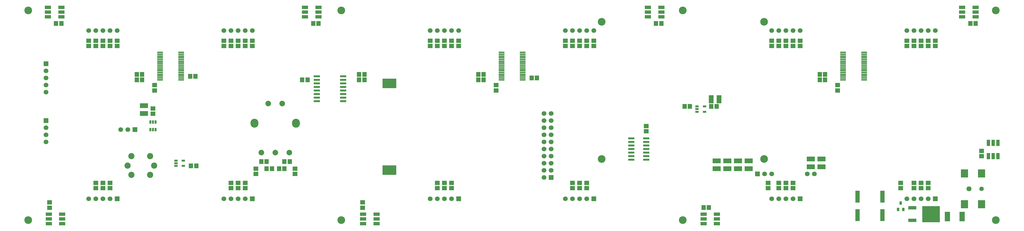
<source format=gts>
G04 DipTrace 2.4.0.2*
%INsensorclock.GTS*%
%MOMM*%
%ADD37R,2.0X0.6*%
%ADD42C,2.0*%
%ADD43C,2.75*%
%ADD44C,1.6*%
%ADD45C,1.8*%
%ADD50C,2.2*%
%ADD51R,1.3X2.2*%
%ADD53R,2.2X1.3*%
%ADD55R,0.8X1.3*%
%ADD57R,2.2X0.8*%
%ADD59R,1.3X0.8*%
%ADD61O,2.8X3.2*%
%ADD64R,6.35X5.75*%
%ADD66R,2.95X1.2*%
%ADD68R,2.6X3.0*%
%ADD70R,1.98X3.35*%
%ADD72R,0.85X1.25*%
%ADD74R,1.8X2.9*%
%ADD76R,1.5X1.7*%
%ADD78R,2.9X1.8*%
%ADD80R,1.622X4.264*%
%ADD82R,1.7X1.5*%
%ADD84R,4.98X3.35*%
%ADD86C,1.7*%
%ADD88R,1.7X1.7*%
%FSLAX53Y53*%
G04*
G71*
G90*
G75*
G01*
%LNTopMask*%
%LPD*%
D88*
X274160Y30320D3*
D86*
X276700D3*
X279240D3*
X291940D3*
X294480D3*
D43*
X218490Y35665D3*
X276490D3*
X218490Y84665D3*
X276490D3*
D84*
X142715Y62705D3*
Y31665D3*
D82*
X302735Y62070D3*
Y60170D3*
D80*
X318737Y22192D3*
Y15588D3*
X309847Y22192D3*
Y15588D3*
D78*
X293210Y32860D3*
Y35660D3*
X297020Y32860D3*
Y35660D3*
X270985Y32225D3*
Y35025D3*
X267175Y32225D3*
Y35025D3*
X263365Y32225D3*
Y35025D3*
X259555Y32225D3*
Y35025D3*
D76*
X250030Y54450D3*
X248130D3*
X257650D3*
X259550D3*
D74*
X257650Y56990D3*
X260450D3*
D82*
X180815Y62070D3*
Y60170D3*
X95090Y32225D3*
Y30325D3*
X109060Y32225D3*
Y30325D3*
D76*
X71912Y33178D3*
X73812D3*
X113500Y63975D3*
X111600D3*
D82*
X58895Y62070D3*
Y60170D3*
D78*
X55085Y51910D3*
Y54710D3*
D82*
X58330Y51830D3*
Y53730D3*
X234475Y45560D3*
Y47460D3*
X133190Y18255D3*
Y20155D3*
X21430Y18255D3*
Y20155D3*
D76*
X25650Y84090D3*
X23750D3*
X117450D3*
X115550D3*
X239850D3*
X237950D3*
X352050D3*
X350150D3*
D82*
X354200Y36640D3*
Y38540D3*
D76*
X254900Y18340D3*
X256800D3*
D72*
X324325Y17620D3*
X326225D3*
X325275Y19920D3*
D88*
X337660Y21430D3*
D86*
X335120D3*
X332580D3*
X330040D3*
X327500D3*
X337660Y81530D3*
X335120D3*
X332580D3*
X330040D3*
X327500D3*
D88*
X289400Y21430D3*
D86*
X286860D3*
X284320D3*
X281780D3*
X279240D3*
X289400Y81530D3*
X286860D3*
X284320D3*
X281780D3*
X279240D3*
D88*
X215740Y21430D3*
D86*
X213200D3*
X210660D3*
X208120D3*
X205580D3*
X215740Y81530D3*
X213200D3*
X210660D3*
X208120D3*
X205580D3*
D88*
X167480Y21430D3*
D86*
X164940D3*
X162400D3*
X159860D3*
X157320D3*
X167480Y81530D3*
X164940D3*
X162400D3*
X159860D3*
X157320D3*
D88*
X93820Y21430D3*
D86*
X91280D3*
X88740D3*
X86200D3*
X83660D3*
X93820Y81530D3*
X91280D3*
X88740D3*
X86200D3*
X83660D3*
D88*
X45560Y21430D3*
D86*
X43020D3*
X40480D3*
X37940D3*
X35400D3*
X45560Y81530D3*
X43020D3*
X40480D3*
X37940D3*
X35400D3*
D70*
X347185Y15080D3*
X341955D3*
D68*
X354170Y19525D3*
X348070D3*
X354170Y30525D3*
X348070D3*
D44*
X354170Y25025D3*
D45*
X349670D3*
D88*
X200500Y29050D3*
D86*
X197960D3*
X200500Y31590D3*
X197960D3*
X200500Y34130D3*
X197960D3*
X200500Y36670D3*
X197960D3*
X200500Y39210D3*
X197960D3*
X200500Y41750D3*
X197960D3*
X200500Y44290D3*
X197960D3*
X200500Y46830D3*
X197960D3*
X200500Y49370D3*
X197960D3*
X200500Y51910D3*
X197960D3*
D88*
X20160Y69690D3*
D86*
Y67150D3*
Y64610D3*
Y62070D3*
Y59530D3*
D88*
Y49370D3*
D86*
Y46830D3*
Y44290D3*
Y41750D3*
D66*
X329405Y18255D3*
Y13695D3*
D64*
X336105Y15975D3*
D76*
X298290Y65880D3*
X296390D3*
X298290Y63975D3*
X296390D3*
D82*
X330040Y76040D3*
Y77940D3*
X327500Y76040D3*
Y77940D3*
X330040Y27145D3*
Y25245D3*
X332580Y27145D3*
Y25245D3*
X277970Y25240D3*
Y27140D3*
X335120Y27145D3*
Y25245D3*
Y76040D3*
Y77940D3*
X337660Y76040D3*
Y77940D3*
X325277Y27145D3*
Y25245D3*
X332580Y76040D3*
Y77940D3*
X281780Y76040D3*
Y77940D3*
X279240Y76040D3*
Y77940D3*
X281780Y27145D3*
Y25245D3*
X284320Y27145D3*
Y25245D3*
X286860Y27145D3*
Y25245D3*
Y76040D3*
Y77940D3*
X289400Y76040D3*
Y77940D3*
X284320Y76040D3*
Y77940D3*
D76*
X98900Y32225D3*
X100800D3*
X105250D3*
X103350D3*
X176370Y65880D3*
X174470D3*
X176370Y63975D3*
X174470D3*
X193515Y64610D3*
X195415D3*
D82*
X208120Y76040D3*
Y77940D3*
X205580Y76040D3*
Y77940D3*
D76*
X98900Y34765D3*
X97000D3*
X107155D3*
X105255D3*
D82*
X208120Y27145D3*
Y25245D3*
X210660Y27145D3*
Y25245D3*
X213200Y27145D3*
Y25245D3*
Y76040D3*
Y77940D3*
X215740Y76040D3*
Y77940D3*
X210660Y76040D3*
Y77940D3*
X159860Y76040D3*
Y77940D3*
X157320Y76040D3*
Y77940D3*
X159860Y27145D3*
Y25245D3*
X162400Y27145D3*
Y25245D3*
X164940Y27145D3*
Y25245D3*
Y76040D3*
Y77940D3*
X167480Y76040D3*
Y77940D3*
X162400Y76040D3*
Y77940D3*
D76*
X131920Y65880D3*
X133820D3*
X131920Y63975D3*
X133820D3*
X54445Y65880D3*
X52545D3*
X54445Y63975D3*
X52545D3*
X71595Y65245D3*
X73495D3*
D82*
X86200Y76040D3*
Y77940D3*
X83660Y76040D3*
Y77940D3*
X86200Y27145D3*
Y25245D3*
X88740Y27145D3*
Y25245D3*
X91280Y27145D3*
Y25245D3*
Y76040D3*
Y77940D3*
D88*
X51910Y46195D3*
D86*
X49370D3*
X46830D3*
D82*
X93820Y76040D3*
Y77940D3*
X88740Y76040D3*
Y77940D3*
X37940Y76040D3*
Y77940D3*
X35400Y76040D3*
Y77940D3*
X37940Y27145D3*
Y25245D3*
X40480Y27145D3*
Y25245D3*
X43020Y27145D3*
Y25245D3*
Y76040D3*
Y77940D3*
X45560Y76040D3*
Y77940D3*
X40480Y76040D3*
Y77940D3*
D42*
X96995Y37940D3*
X101995D3*
X106995D3*
X99495Y55440D3*
X104495D3*
D61*
X109395Y48440D3*
X94595D3*
D59*
X252570Y54450D3*
Y53500D3*
Y52550D3*
X255270D3*
Y54450D3*
D43*
X13810Y88740D3*
D37*
X312260Y63975D3*
Y64625D3*
Y65275D3*
Y65925D3*
Y66575D3*
Y67225D3*
Y67875D3*
Y68525D3*
Y69175D3*
Y69825D3*
Y70475D3*
Y71125D3*
Y71775D3*
Y72425D3*
Y73075D3*
Y73725D3*
X304760D3*
Y73075D3*
Y72425D3*
Y71775D3*
Y71125D3*
Y70475D3*
Y69825D3*
Y69175D3*
Y68525D3*
Y67875D3*
Y67225D3*
Y66575D3*
Y65925D3*
Y65275D3*
Y64625D3*
Y63975D3*
D43*
X125570Y88740D3*
D37*
X190340Y63975D3*
Y64625D3*
Y65275D3*
Y65925D3*
Y66575D3*
Y67225D3*
Y67875D3*
Y68525D3*
Y69175D3*
Y69825D3*
Y70475D3*
Y71125D3*
Y71775D3*
Y72425D3*
Y73075D3*
Y73725D3*
X182840D3*
Y73075D3*
Y72425D3*
Y71775D3*
Y71125D3*
Y70475D3*
Y69825D3*
Y69175D3*
Y68525D3*
Y67875D3*
Y67225D3*
Y66575D3*
Y65925D3*
Y65275D3*
Y64625D3*
Y63975D3*
D43*
X247490Y88740D3*
D59*
X66515Y35083D3*
Y34133D3*
Y33182D3*
X69215D3*
Y35083D3*
D43*
X359250Y88740D3*
D57*
X116805Y65245D3*
Y63975D3*
Y62705D3*
Y61435D3*
Y60165D3*
Y58895D3*
Y57625D3*
Y56355D3*
X126205D3*
Y57625D3*
Y58895D3*
Y60165D3*
Y61435D3*
Y62705D3*
Y63975D3*
Y65245D3*
D37*
X68420Y63975D3*
Y64625D3*
Y65275D3*
Y65925D3*
Y66575D3*
Y67225D3*
Y67875D3*
Y68525D3*
Y69175D3*
Y69825D3*
Y70475D3*
Y71125D3*
Y71775D3*
Y72425D3*
Y73075D3*
Y73725D3*
X60920D3*
Y73075D3*
Y72425D3*
Y71775D3*
Y71125D3*
Y70475D3*
Y69825D3*
Y69175D3*
Y68525D3*
Y67875D3*
Y67225D3*
Y66575D3*
Y65925D3*
Y65275D3*
Y64625D3*
Y63975D3*
D55*
X57380Y46130D3*
X58330D3*
X59280D3*
Y48830D3*
X58330D3*
X57380D3*
D57*
X229075Y43020D3*
Y41750D3*
Y40480D3*
Y39210D3*
Y37940D3*
Y36670D3*
Y35400D3*
X234475D3*
Y36670D3*
Y37940D3*
Y39210D3*
Y40480D3*
Y41750D3*
Y43020D3*
D53*
X138150Y12540D3*
Y14240D3*
Y15940D3*
X133350D3*
Y14240D3*
Y12540D3*
X25950D3*
Y14240D3*
Y15940D3*
X21150D3*
Y14240D3*
Y12540D3*
X20850Y89890D3*
Y88190D3*
Y86490D3*
X25650D3*
Y88190D3*
Y89890D3*
X112650D3*
Y88190D3*
Y86490D3*
X117450D3*
Y88190D3*
Y89890D3*
X235050D3*
Y88190D3*
Y86490D3*
X239850D3*
Y88190D3*
Y89890D3*
X347250D3*
Y88190D3*
Y86490D3*
X352050D3*
Y88190D3*
Y89890D3*
D51*
X360000Y41440D3*
X358300D3*
X356600D3*
Y36640D3*
X358300D3*
X360000D3*
D53*
X259700Y12540D3*
Y14240D3*
Y15940D3*
X254900D3*
Y14240D3*
Y12540D3*
D43*
X13810Y13810D3*
X125570D3*
X247490D3*
X359250D3*
D50*
X50640Y29952D3*
X49249Y33311D3*
X50640Y36670D3*
X57358D3*
X58749Y33311D3*
X57358Y29952D3*
M02*

</source>
